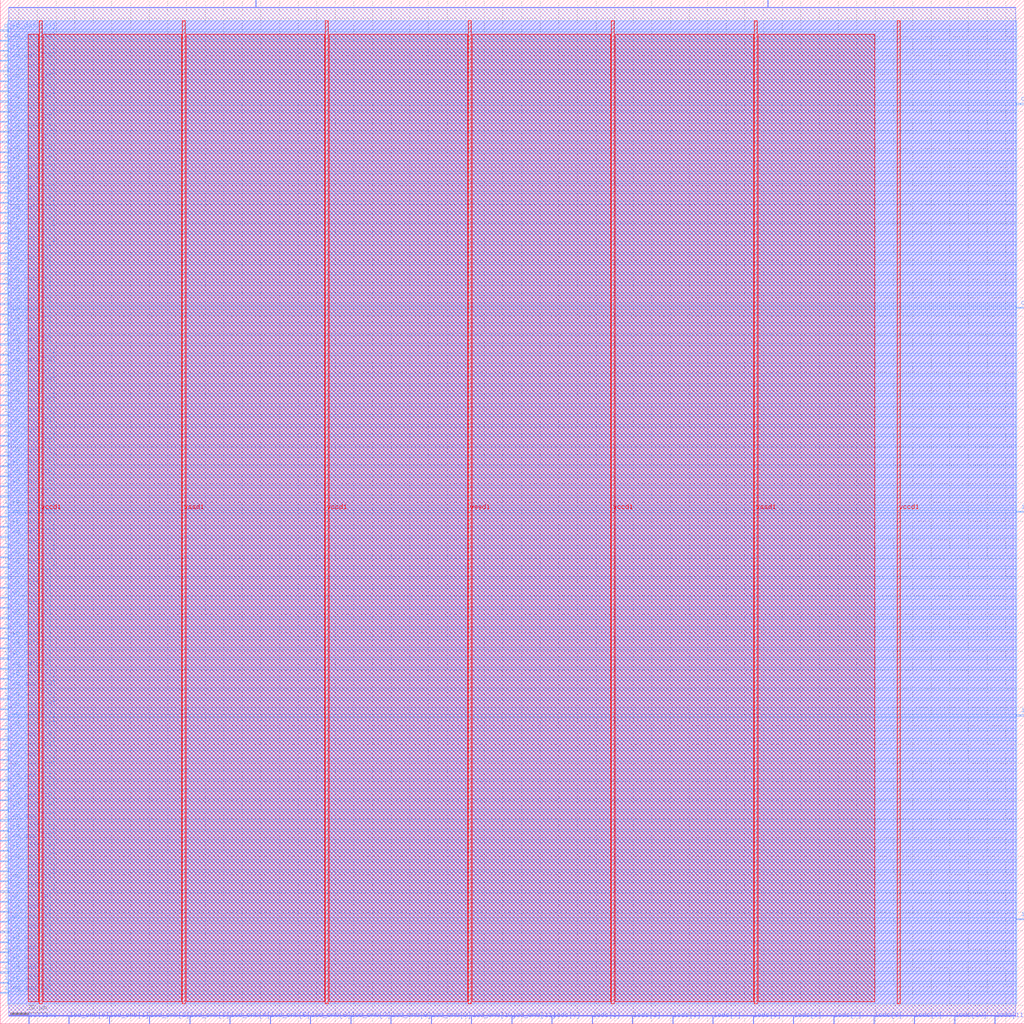
<source format=lef>
VERSION 5.7 ;
  NOWIREEXTENSIONATPIN ON ;
  DIVIDERCHAR "/" ;
  BUSBITCHARS "[]" ;
MACRO wb_buttons_leds
  CLASS BLOCK ;
  FOREIGN wb_buttons_leds ;
  ORIGIN 0.000 0.000 ;
  SIZE 550.000 BY 550.000 ;
  PIN buttons
    DIRECTION INPUT ;
    USE SIGNAL ;
    PORT
      LAYER met2 ;
        RECT 15.270 0.000 15.550 4.000 ;
    END
  END buttons
  PIN clk
    DIRECTION INPUT ;
    USE SIGNAL ;
    PORT
      LAYER met2 ;
        RECT 412.250 546.000 412.530 550.000 ;
    END
  END clk
  PIN i_wb_addr[0]
    DIRECTION INPUT ;
    USE SIGNAL ;
    PORT
      LAYER met3 ;
        RECT 0.000 16.360 4.000 16.960 ;
    END
  END i_wb_addr[0]
  PIN i_wb_addr[10]
    DIRECTION INPUT ;
    USE SIGNAL ;
    PORT
      LAYER met3 ;
        RECT 0.000 70.760 4.000 71.360 ;
    END
  END i_wb_addr[10]
  PIN i_wb_addr[11]
    DIRECTION INPUT ;
    USE SIGNAL ;
    PORT
      LAYER met3 ;
        RECT 0.000 76.200 4.000 76.800 ;
    END
  END i_wb_addr[11]
  PIN i_wb_addr[12]
    DIRECTION INPUT ;
    USE SIGNAL ;
    PORT
      LAYER met3 ;
        RECT 0.000 81.640 4.000 82.240 ;
    END
  END i_wb_addr[12]
  PIN i_wb_addr[13]
    DIRECTION INPUT ;
    USE SIGNAL ;
    PORT
      LAYER met3 ;
        RECT 0.000 87.080 4.000 87.680 ;
    END
  END i_wb_addr[13]
  PIN i_wb_addr[14]
    DIRECTION INPUT ;
    USE SIGNAL ;
    PORT
      LAYER met3 ;
        RECT 0.000 92.520 4.000 93.120 ;
    END
  END i_wb_addr[14]
  PIN i_wb_addr[15]
    DIRECTION INPUT ;
    USE SIGNAL ;
    PORT
      LAYER met3 ;
        RECT 0.000 97.960 4.000 98.560 ;
    END
  END i_wb_addr[15]
  PIN i_wb_addr[16]
    DIRECTION INPUT ;
    USE SIGNAL ;
    PORT
      LAYER met3 ;
        RECT 0.000 103.400 4.000 104.000 ;
    END
  END i_wb_addr[16]
  PIN i_wb_addr[17]
    DIRECTION INPUT ;
    USE SIGNAL ;
    PORT
      LAYER met3 ;
        RECT 0.000 108.840 4.000 109.440 ;
    END
  END i_wb_addr[17]
  PIN i_wb_addr[18]
    DIRECTION INPUT ;
    USE SIGNAL ;
    PORT
      LAYER met3 ;
        RECT 0.000 114.280 4.000 114.880 ;
    END
  END i_wb_addr[18]
  PIN i_wb_addr[19]
    DIRECTION INPUT ;
    USE SIGNAL ;
    PORT
      LAYER met3 ;
        RECT 0.000 119.720 4.000 120.320 ;
    END
  END i_wb_addr[19]
  PIN i_wb_addr[1]
    DIRECTION INPUT ;
    USE SIGNAL ;
    PORT
      LAYER met3 ;
        RECT 0.000 21.800 4.000 22.400 ;
    END
  END i_wb_addr[1]
  PIN i_wb_addr[20]
    DIRECTION INPUT ;
    USE SIGNAL ;
    PORT
      LAYER met3 ;
        RECT 0.000 125.160 4.000 125.760 ;
    END
  END i_wb_addr[20]
  PIN i_wb_addr[21]
    DIRECTION INPUT ;
    USE SIGNAL ;
    PORT
      LAYER met3 ;
        RECT 0.000 130.600 4.000 131.200 ;
    END
  END i_wb_addr[21]
  PIN i_wb_addr[22]
    DIRECTION INPUT ;
    USE SIGNAL ;
    PORT
      LAYER met3 ;
        RECT 0.000 136.040 4.000 136.640 ;
    END
  END i_wb_addr[22]
  PIN i_wb_addr[23]
    DIRECTION INPUT ;
    USE SIGNAL ;
    PORT
      LAYER met3 ;
        RECT 0.000 141.480 4.000 142.080 ;
    END
  END i_wb_addr[23]
  PIN i_wb_addr[24]
    DIRECTION INPUT ;
    USE SIGNAL ;
    PORT
      LAYER met3 ;
        RECT 0.000 146.920 4.000 147.520 ;
    END
  END i_wb_addr[24]
  PIN i_wb_addr[25]
    DIRECTION INPUT ;
    USE SIGNAL ;
    PORT
      LAYER met3 ;
        RECT 0.000 152.360 4.000 152.960 ;
    END
  END i_wb_addr[25]
  PIN i_wb_addr[26]
    DIRECTION INPUT ;
    USE SIGNAL ;
    PORT
      LAYER met3 ;
        RECT 0.000 157.800 4.000 158.400 ;
    END
  END i_wb_addr[26]
  PIN i_wb_addr[27]
    DIRECTION INPUT ;
    USE SIGNAL ;
    PORT
      LAYER met3 ;
        RECT 0.000 163.240 4.000 163.840 ;
    END
  END i_wb_addr[27]
  PIN i_wb_addr[28]
    DIRECTION INPUT ;
    USE SIGNAL ;
    PORT
      LAYER met3 ;
        RECT 0.000 168.680 4.000 169.280 ;
    END
  END i_wb_addr[28]
  PIN i_wb_addr[29]
    DIRECTION INPUT ;
    USE SIGNAL ;
    PORT
      LAYER met3 ;
        RECT 0.000 174.120 4.000 174.720 ;
    END
  END i_wb_addr[29]
  PIN i_wb_addr[2]
    DIRECTION INPUT ;
    USE SIGNAL ;
    PORT
      LAYER met3 ;
        RECT 0.000 27.240 4.000 27.840 ;
    END
  END i_wb_addr[2]
  PIN i_wb_addr[30]
    DIRECTION INPUT ;
    USE SIGNAL ;
    PORT
      LAYER met3 ;
        RECT 0.000 179.560 4.000 180.160 ;
    END
  END i_wb_addr[30]
  PIN i_wb_addr[31]
    DIRECTION INPUT ;
    USE SIGNAL ;
    PORT
      LAYER met3 ;
        RECT 0.000 185.000 4.000 185.600 ;
    END
  END i_wb_addr[31]
  PIN i_wb_addr[3]
    DIRECTION INPUT ;
    USE SIGNAL ;
    PORT
      LAYER met3 ;
        RECT 0.000 32.680 4.000 33.280 ;
    END
  END i_wb_addr[3]
  PIN i_wb_addr[4]
    DIRECTION INPUT ;
    USE SIGNAL ;
    PORT
      LAYER met3 ;
        RECT 0.000 38.120 4.000 38.720 ;
    END
  END i_wb_addr[4]
  PIN i_wb_addr[5]
    DIRECTION INPUT ;
    USE SIGNAL ;
    PORT
      LAYER met3 ;
        RECT 0.000 43.560 4.000 44.160 ;
    END
  END i_wb_addr[5]
  PIN i_wb_addr[6]
    DIRECTION INPUT ;
    USE SIGNAL ;
    PORT
      LAYER met3 ;
        RECT 0.000 49.000 4.000 49.600 ;
    END
  END i_wb_addr[6]
  PIN i_wb_addr[7]
    DIRECTION INPUT ;
    USE SIGNAL ;
    PORT
      LAYER met3 ;
        RECT 0.000 54.440 4.000 55.040 ;
    END
  END i_wb_addr[7]
  PIN i_wb_addr[8]
    DIRECTION INPUT ;
    USE SIGNAL ;
    PORT
      LAYER met3 ;
        RECT 0.000 59.880 4.000 60.480 ;
    END
  END i_wb_addr[8]
  PIN i_wb_addr[9]
    DIRECTION INPUT ;
    USE SIGNAL ;
    PORT
      LAYER met3 ;
        RECT 0.000 65.320 4.000 65.920 ;
    END
  END i_wb_addr[9]
  PIN i_wb_cyc
    DIRECTION INPUT ;
    USE SIGNAL ;
    PORT
      LAYER met3 ;
        RECT 546.000 55.800 550.000 56.400 ;
    END
  END i_wb_cyc
  PIN i_wb_data[0]
    DIRECTION INPUT ;
    USE SIGNAL ;
    PORT
      LAYER met3 ;
        RECT 0.000 190.440 4.000 191.040 ;
    END
  END i_wb_data[0]
  PIN i_wb_data[10]
    DIRECTION INPUT ;
    USE SIGNAL ;
    PORT
      LAYER met3 ;
        RECT 0.000 244.840 4.000 245.440 ;
    END
  END i_wb_data[10]
  PIN i_wb_data[11]
    DIRECTION INPUT ;
    USE SIGNAL ;
    PORT
      LAYER met3 ;
        RECT 0.000 250.280 4.000 250.880 ;
    END
  END i_wb_data[11]
  PIN i_wb_data[12]
    DIRECTION INPUT ;
    USE SIGNAL ;
    PORT
      LAYER met3 ;
        RECT 0.000 255.720 4.000 256.320 ;
    END
  END i_wb_data[12]
  PIN i_wb_data[13]
    DIRECTION INPUT ;
    USE SIGNAL ;
    PORT
      LAYER met3 ;
        RECT 0.000 261.160 4.000 261.760 ;
    END
  END i_wb_data[13]
  PIN i_wb_data[14]
    DIRECTION INPUT ;
    USE SIGNAL ;
    PORT
      LAYER met3 ;
        RECT 0.000 266.600 4.000 267.200 ;
    END
  END i_wb_data[14]
  PIN i_wb_data[15]
    DIRECTION INPUT ;
    USE SIGNAL ;
    PORT
      LAYER met3 ;
        RECT 0.000 272.040 4.000 272.640 ;
    END
  END i_wb_data[15]
  PIN i_wb_data[16]
    DIRECTION INPUT ;
    USE SIGNAL ;
    PORT
      LAYER met3 ;
        RECT 0.000 277.480 4.000 278.080 ;
    END
  END i_wb_data[16]
  PIN i_wb_data[17]
    DIRECTION INPUT ;
    USE SIGNAL ;
    PORT
      LAYER met3 ;
        RECT 0.000 282.920 4.000 283.520 ;
    END
  END i_wb_data[17]
  PIN i_wb_data[18]
    DIRECTION INPUT ;
    USE SIGNAL ;
    PORT
      LAYER met3 ;
        RECT 0.000 288.360 4.000 288.960 ;
    END
  END i_wb_data[18]
  PIN i_wb_data[19]
    DIRECTION INPUT ;
    USE SIGNAL ;
    PORT
      LAYER met3 ;
        RECT 0.000 293.800 4.000 294.400 ;
    END
  END i_wb_data[19]
  PIN i_wb_data[1]
    DIRECTION INPUT ;
    USE SIGNAL ;
    PORT
      LAYER met3 ;
        RECT 0.000 195.880 4.000 196.480 ;
    END
  END i_wb_data[1]
  PIN i_wb_data[20]
    DIRECTION INPUT ;
    USE SIGNAL ;
    PORT
      LAYER met3 ;
        RECT 0.000 299.240 4.000 299.840 ;
    END
  END i_wb_data[20]
  PIN i_wb_data[21]
    DIRECTION INPUT ;
    USE SIGNAL ;
    PORT
      LAYER met3 ;
        RECT 0.000 304.680 4.000 305.280 ;
    END
  END i_wb_data[21]
  PIN i_wb_data[22]
    DIRECTION INPUT ;
    USE SIGNAL ;
    PORT
      LAYER met3 ;
        RECT 0.000 310.120 4.000 310.720 ;
    END
  END i_wb_data[22]
  PIN i_wb_data[23]
    DIRECTION INPUT ;
    USE SIGNAL ;
    PORT
      LAYER met3 ;
        RECT 0.000 315.560 4.000 316.160 ;
    END
  END i_wb_data[23]
  PIN i_wb_data[24]
    DIRECTION INPUT ;
    USE SIGNAL ;
    PORT
      LAYER met3 ;
        RECT 0.000 321.000 4.000 321.600 ;
    END
  END i_wb_data[24]
  PIN i_wb_data[25]
    DIRECTION INPUT ;
    USE SIGNAL ;
    PORT
      LAYER met3 ;
        RECT 0.000 326.440 4.000 327.040 ;
    END
  END i_wb_data[25]
  PIN i_wb_data[26]
    DIRECTION INPUT ;
    USE SIGNAL ;
    PORT
      LAYER met3 ;
        RECT 0.000 331.880 4.000 332.480 ;
    END
  END i_wb_data[26]
  PIN i_wb_data[27]
    DIRECTION INPUT ;
    USE SIGNAL ;
    PORT
      LAYER met3 ;
        RECT 0.000 337.320 4.000 337.920 ;
    END
  END i_wb_data[27]
  PIN i_wb_data[28]
    DIRECTION INPUT ;
    USE SIGNAL ;
    PORT
      LAYER met3 ;
        RECT 0.000 342.760 4.000 343.360 ;
    END
  END i_wb_data[28]
  PIN i_wb_data[29]
    DIRECTION INPUT ;
    USE SIGNAL ;
    PORT
      LAYER met3 ;
        RECT 0.000 348.200 4.000 348.800 ;
    END
  END i_wb_data[29]
  PIN i_wb_data[2]
    DIRECTION INPUT ;
    USE SIGNAL ;
    PORT
      LAYER met3 ;
        RECT 0.000 201.320 4.000 201.920 ;
    END
  END i_wb_data[2]
  PIN i_wb_data[30]
    DIRECTION INPUT ;
    USE SIGNAL ;
    PORT
      LAYER met3 ;
        RECT 0.000 353.640 4.000 354.240 ;
    END
  END i_wb_data[30]
  PIN i_wb_data[31]
    DIRECTION INPUT ;
    USE SIGNAL ;
    PORT
      LAYER met3 ;
        RECT 0.000 359.080 4.000 359.680 ;
    END
  END i_wb_data[31]
  PIN i_wb_data[3]
    DIRECTION INPUT ;
    USE SIGNAL ;
    PORT
      LAYER met3 ;
        RECT 0.000 206.760 4.000 207.360 ;
    END
  END i_wb_data[3]
  PIN i_wb_data[4]
    DIRECTION INPUT ;
    USE SIGNAL ;
    PORT
      LAYER met3 ;
        RECT 0.000 212.200 4.000 212.800 ;
    END
  END i_wb_data[4]
  PIN i_wb_data[5]
    DIRECTION INPUT ;
    USE SIGNAL ;
    PORT
      LAYER met3 ;
        RECT 0.000 217.640 4.000 218.240 ;
    END
  END i_wb_data[5]
  PIN i_wb_data[6]
    DIRECTION INPUT ;
    USE SIGNAL ;
    PORT
      LAYER met3 ;
        RECT 0.000 223.080 4.000 223.680 ;
    END
  END i_wb_data[6]
  PIN i_wb_data[7]
    DIRECTION INPUT ;
    USE SIGNAL ;
    PORT
      LAYER met3 ;
        RECT 0.000 228.520 4.000 229.120 ;
    END
  END i_wb_data[7]
  PIN i_wb_data[8]
    DIRECTION INPUT ;
    USE SIGNAL ;
    PORT
      LAYER met3 ;
        RECT 0.000 233.960 4.000 234.560 ;
    END
  END i_wb_data[8]
  PIN i_wb_data[9]
    DIRECTION INPUT ;
    USE SIGNAL ;
    PORT
      LAYER met3 ;
        RECT 0.000 239.400 4.000 240.000 ;
    END
  END i_wb_data[9]
  PIN i_wb_stb
    DIRECTION INPUT ;
    USE SIGNAL ;
    PORT
      LAYER met3 ;
        RECT 546.000 165.280 550.000 165.880 ;
    END
  END i_wb_stb
  PIN i_wb_we
    DIRECTION INPUT ;
    USE SIGNAL ;
    PORT
      LAYER met3 ;
        RECT 546.000 274.760 550.000 275.360 ;
    END
  END i_wb_we
  PIN led_enb[0]
    DIRECTION OUTPUT TRISTATE ;
    USE SIGNAL ;
    PORT
      LAYER met2 ;
        RECT 36.890 0.000 37.170 4.000 ;
    END
  END led_enb[0]
  PIN led_enb[10]
    DIRECTION OUTPUT TRISTATE ;
    USE SIGNAL ;
    PORT
      LAYER met2 ;
        RECT 253.090 0.000 253.370 4.000 ;
    END
  END led_enb[10]
  PIN led_enb[11]
    DIRECTION OUTPUT TRISTATE ;
    USE SIGNAL ;
    PORT
      LAYER met2 ;
        RECT 274.710 0.000 274.990 4.000 ;
    END
  END led_enb[11]
  PIN led_enb[1]
    DIRECTION OUTPUT TRISTATE ;
    USE SIGNAL ;
    PORT
      LAYER met2 ;
        RECT 58.510 0.000 58.790 4.000 ;
    END
  END led_enb[1]
  PIN led_enb[2]
    DIRECTION OUTPUT TRISTATE ;
    USE SIGNAL ;
    PORT
      LAYER met2 ;
        RECT 80.130 0.000 80.410 4.000 ;
    END
  END led_enb[2]
  PIN led_enb[3]
    DIRECTION OUTPUT TRISTATE ;
    USE SIGNAL ;
    PORT
      LAYER met2 ;
        RECT 101.750 0.000 102.030 4.000 ;
    END
  END led_enb[3]
  PIN led_enb[4]
    DIRECTION OUTPUT TRISTATE ;
    USE SIGNAL ;
    PORT
      LAYER met2 ;
        RECT 123.370 0.000 123.650 4.000 ;
    END
  END led_enb[4]
  PIN led_enb[5]
    DIRECTION OUTPUT TRISTATE ;
    USE SIGNAL ;
    PORT
      LAYER met2 ;
        RECT 144.990 0.000 145.270 4.000 ;
    END
  END led_enb[5]
  PIN led_enb[6]
    DIRECTION OUTPUT TRISTATE ;
    USE SIGNAL ;
    PORT
      LAYER met2 ;
        RECT 166.610 0.000 166.890 4.000 ;
    END
  END led_enb[6]
  PIN led_enb[7]
    DIRECTION OUTPUT TRISTATE ;
    USE SIGNAL ;
    PORT
      LAYER met2 ;
        RECT 188.230 0.000 188.510 4.000 ;
    END
  END led_enb[7]
  PIN led_enb[8]
    DIRECTION OUTPUT TRISTATE ;
    USE SIGNAL ;
    PORT
      LAYER met2 ;
        RECT 209.850 0.000 210.130 4.000 ;
    END
  END led_enb[8]
  PIN led_enb[9]
    DIRECTION OUTPUT TRISTATE ;
    USE SIGNAL ;
    PORT
      LAYER met2 ;
        RECT 231.470 0.000 231.750 4.000 ;
    END
  END led_enb[9]
  PIN leds[0]
    DIRECTION OUTPUT TRISTATE ;
    USE SIGNAL ;
    PORT
      LAYER met2 ;
        RECT 296.330 0.000 296.610 4.000 ;
    END
  END leds[0]
  PIN leds[10]
    DIRECTION OUTPUT TRISTATE ;
    USE SIGNAL ;
    PORT
      LAYER met2 ;
        RECT 512.530 0.000 512.810 4.000 ;
    END
  END leds[10]
  PIN leds[11]
    DIRECTION OUTPUT TRISTATE ;
    USE SIGNAL ;
    PORT
      LAYER met2 ;
        RECT 534.150 0.000 534.430 4.000 ;
    END
  END leds[11]
  PIN leds[1]
    DIRECTION OUTPUT TRISTATE ;
    USE SIGNAL ;
    PORT
      LAYER met2 ;
        RECT 317.950 0.000 318.230 4.000 ;
    END
  END leds[1]
  PIN leds[2]
    DIRECTION OUTPUT TRISTATE ;
    USE SIGNAL ;
    PORT
      LAYER met2 ;
        RECT 339.570 0.000 339.850 4.000 ;
    END
  END leds[2]
  PIN leds[3]
    DIRECTION OUTPUT TRISTATE ;
    USE SIGNAL ;
    PORT
      LAYER met2 ;
        RECT 361.190 0.000 361.470 4.000 ;
    END
  END leds[3]
  PIN leds[4]
    DIRECTION OUTPUT TRISTATE ;
    USE SIGNAL ;
    PORT
      LAYER met2 ;
        RECT 382.810 0.000 383.090 4.000 ;
    END
  END leds[4]
  PIN leds[5]
    DIRECTION OUTPUT TRISTATE ;
    USE SIGNAL ;
    PORT
      LAYER met2 ;
        RECT 404.430 0.000 404.710 4.000 ;
    END
  END leds[5]
  PIN leds[6]
    DIRECTION OUTPUT TRISTATE ;
    USE SIGNAL ;
    PORT
      LAYER met2 ;
        RECT 426.050 0.000 426.330 4.000 ;
    END
  END leds[6]
  PIN leds[7]
    DIRECTION OUTPUT TRISTATE ;
    USE SIGNAL ;
    PORT
      LAYER met2 ;
        RECT 447.670 0.000 447.950 4.000 ;
    END
  END leds[7]
  PIN leds[8]
    DIRECTION OUTPUT TRISTATE ;
    USE SIGNAL ;
    PORT
      LAYER met2 ;
        RECT 469.290 0.000 469.570 4.000 ;
    END
  END leds[8]
  PIN leds[9]
    DIRECTION OUTPUT TRISTATE ;
    USE SIGNAL ;
    PORT
      LAYER met2 ;
        RECT 490.910 0.000 491.190 4.000 ;
    END
  END leds[9]
  PIN o_wb_ack
    DIRECTION OUTPUT TRISTATE ;
    USE SIGNAL ;
    PORT
      LAYER met3 ;
        RECT 546.000 384.240 550.000 384.840 ;
    END
  END o_wb_ack
  PIN o_wb_data[0]
    DIRECTION OUTPUT TRISTATE ;
    USE SIGNAL ;
    PORT
      LAYER met3 ;
        RECT 0.000 364.520 4.000 365.120 ;
    END
  END o_wb_data[0]
  PIN o_wb_data[10]
    DIRECTION OUTPUT TRISTATE ;
    USE SIGNAL ;
    PORT
      LAYER met3 ;
        RECT 0.000 418.920 4.000 419.520 ;
    END
  END o_wb_data[10]
  PIN o_wb_data[11]
    DIRECTION OUTPUT TRISTATE ;
    USE SIGNAL ;
    PORT
      LAYER met3 ;
        RECT 0.000 424.360 4.000 424.960 ;
    END
  END o_wb_data[11]
  PIN o_wb_data[12]
    DIRECTION OUTPUT TRISTATE ;
    USE SIGNAL ;
    PORT
      LAYER met3 ;
        RECT 0.000 429.800 4.000 430.400 ;
    END
  END o_wb_data[12]
  PIN o_wb_data[13]
    DIRECTION OUTPUT TRISTATE ;
    USE SIGNAL ;
    PORT
      LAYER met3 ;
        RECT 0.000 435.240 4.000 435.840 ;
    END
  END o_wb_data[13]
  PIN o_wb_data[14]
    DIRECTION OUTPUT TRISTATE ;
    USE SIGNAL ;
    PORT
      LAYER met3 ;
        RECT 0.000 440.680 4.000 441.280 ;
    END
  END o_wb_data[14]
  PIN o_wb_data[15]
    DIRECTION OUTPUT TRISTATE ;
    USE SIGNAL ;
    PORT
      LAYER met3 ;
        RECT 0.000 446.120 4.000 446.720 ;
    END
  END o_wb_data[15]
  PIN o_wb_data[16]
    DIRECTION OUTPUT TRISTATE ;
    USE SIGNAL ;
    PORT
      LAYER met3 ;
        RECT 0.000 451.560 4.000 452.160 ;
    END
  END o_wb_data[16]
  PIN o_wb_data[17]
    DIRECTION OUTPUT TRISTATE ;
    USE SIGNAL ;
    PORT
      LAYER met3 ;
        RECT 0.000 457.000 4.000 457.600 ;
    END
  END o_wb_data[17]
  PIN o_wb_data[18]
    DIRECTION OUTPUT TRISTATE ;
    USE SIGNAL ;
    PORT
      LAYER met3 ;
        RECT 0.000 462.440 4.000 463.040 ;
    END
  END o_wb_data[18]
  PIN o_wb_data[19]
    DIRECTION OUTPUT TRISTATE ;
    USE SIGNAL ;
    PORT
      LAYER met3 ;
        RECT 0.000 467.880 4.000 468.480 ;
    END
  END o_wb_data[19]
  PIN o_wb_data[1]
    DIRECTION OUTPUT TRISTATE ;
    USE SIGNAL ;
    PORT
      LAYER met3 ;
        RECT 0.000 369.960 4.000 370.560 ;
    END
  END o_wb_data[1]
  PIN o_wb_data[20]
    DIRECTION OUTPUT TRISTATE ;
    USE SIGNAL ;
    PORT
      LAYER met3 ;
        RECT 0.000 473.320 4.000 473.920 ;
    END
  END o_wb_data[20]
  PIN o_wb_data[21]
    DIRECTION OUTPUT TRISTATE ;
    USE SIGNAL ;
    PORT
      LAYER met3 ;
        RECT 0.000 478.760 4.000 479.360 ;
    END
  END o_wb_data[21]
  PIN o_wb_data[22]
    DIRECTION OUTPUT TRISTATE ;
    USE SIGNAL ;
    PORT
      LAYER met3 ;
        RECT 0.000 484.200 4.000 484.800 ;
    END
  END o_wb_data[22]
  PIN o_wb_data[23]
    DIRECTION OUTPUT TRISTATE ;
    USE SIGNAL ;
    PORT
      LAYER met3 ;
        RECT 0.000 489.640 4.000 490.240 ;
    END
  END o_wb_data[23]
  PIN o_wb_data[24]
    DIRECTION OUTPUT TRISTATE ;
    USE SIGNAL ;
    PORT
      LAYER met3 ;
        RECT 0.000 495.080 4.000 495.680 ;
    END
  END o_wb_data[24]
  PIN o_wb_data[25]
    DIRECTION OUTPUT TRISTATE ;
    USE SIGNAL ;
    PORT
      LAYER met3 ;
        RECT 0.000 500.520 4.000 501.120 ;
    END
  END o_wb_data[25]
  PIN o_wb_data[26]
    DIRECTION OUTPUT TRISTATE ;
    USE SIGNAL ;
    PORT
      LAYER met3 ;
        RECT 0.000 505.960 4.000 506.560 ;
    END
  END o_wb_data[26]
  PIN o_wb_data[27]
    DIRECTION OUTPUT TRISTATE ;
    USE SIGNAL ;
    PORT
      LAYER met3 ;
        RECT 0.000 511.400 4.000 512.000 ;
    END
  END o_wb_data[27]
  PIN o_wb_data[28]
    DIRECTION OUTPUT TRISTATE ;
    USE SIGNAL ;
    PORT
      LAYER met3 ;
        RECT 0.000 516.840 4.000 517.440 ;
    END
  END o_wb_data[28]
  PIN o_wb_data[29]
    DIRECTION OUTPUT TRISTATE ;
    USE SIGNAL ;
    PORT
      LAYER met3 ;
        RECT 0.000 522.280 4.000 522.880 ;
    END
  END o_wb_data[29]
  PIN o_wb_data[2]
    DIRECTION OUTPUT TRISTATE ;
    USE SIGNAL ;
    PORT
      LAYER met3 ;
        RECT 0.000 375.400 4.000 376.000 ;
    END
  END o_wb_data[2]
  PIN o_wb_data[30]
    DIRECTION OUTPUT TRISTATE ;
    USE SIGNAL ;
    PORT
      LAYER met3 ;
        RECT 0.000 527.720 4.000 528.320 ;
    END
  END o_wb_data[30]
  PIN o_wb_data[31]
    DIRECTION OUTPUT TRISTATE ;
    USE SIGNAL ;
    PORT
      LAYER met3 ;
        RECT 0.000 533.160 4.000 533.760 ;
    END
  END o_wb_data[31]
  PIN o_wb_data[3]
    DIRECTION OUTPUT TRISTATE ;
    USE SIGNAL ;
    PORT
      LAYER met3 ;
        RECT 0.000 380.840 4.000 381.440 ;
    END
  END o_wb_data[3]
  PIN o_wb_data[4]
    DIRECTION OUTPUT TRISTATE ;
    USE SIGNAL ;
    PORT
      LAYER met3 ;
        RECT 0.000 386.280 4.000 386.880 ;
    END
  END o_wb_data[4]
  PIN o_wb_data[5]
    DIRECTION OUTPUT TRISTATE ;
    USE SIGNAL ;
    PORT
      LAYER met3 ;
        RECT 0.000 391.720 4.000 392.320 ;
    END
  END o_wb_data[5]
  PIN o_wb_data[6]
    DIRECTION OUTPUT TRISTATE ;
    USE SIGNAL ;
    PORT
      LAYER met3 ;
        RECT 0.000 397.160 4.000 397.760 ;
    END
  END o_wb_data[6]
  PIN o_wb_data[7]
    DIRECTION OUTPUT TRISTATE ;
    USE SIGNAL ;
    PORT
      LAYER met3 ;
        RECT 0.000 402.600 4.000 403.200 ;
    END
  END o_wb_data[7]
  PIN o_wb_data[8]
    DIRECTION OUTPUT TRISTATE ;
    USE SIGNAL ;
    PORT
      LAYER met3 ;
        RECT 0.000 408.040 4.000 408.640 ;
    END
  END o_wb_data[8]
  PIN o_wb_data[9]
    DIRECTION OUTPUT TRISTATE ;
    USE SIGNAL ;
    PORT
      LAYER met3 ;
        RECT 0.000 413.480 4.000 414.080 ;
    END
  END o_wb_data[9]
  PIN o_wb_stall
    DIRECTION OUTPUT TRISTATE ;
    USE SIGNAL ;
    PORT
      LAYER met3 ;
        RECT 546.000 493.720 550.000 494.320 ;
    END
  END o_wb_stall
  PIN reset
    DIRECTION INPUT ;
    USE SIGNAL ;
    PORT
      LAYER met2 ;
        RECT 137.170 546.000 137.450 550.000 ;
    END
  END reset
  PIN vccd1
    DIRECTION INOUT ;
    USE POWER ;
    PORT
      LAYER met4 ;
        RECT 21.040 10.640 22.640 538.800 ;
    END
    PORT
      LAYER met4 ;
        RECT 174.640 10.640 176.240 538.800 ;
    END
    PORT
      LAYER met4 ;
        RECT 328.240 10.640 329.840 538.800 ;
    END
    PORT
      LAYER met4 ;
        RECT 481.840 10.640 483.440 538.800 ;
    END
  END vccd1
  PIN vssd1
    DIRECTION INOUT ;
    USE GROUND ;
    PORT
      LAYER met4 ;
        RECT 97.840 10.640 99.440 538.800 ;
    END
    PORT
      LAYER met4 ;
        RECT 251.440 10.640 253.040 538.800 ;
    END
    PORT
      LAYER met4 ;
        RECT 405.040 10.640 406.640 538.800 ;
    END
  END vssd1
  OBS
      LAYER li1 ;
        RECT 5.520 10.795 544.180 538.645 ;
      LAYER met1 ;
        RECT 4.670 4.460 545.490 538.800 ;
      LAYER met2 ;
        RECT 4.690 545.720 136.890 546.000 ;
        RECT 137.730 545.720 411.970 546.000 ;
        RECT 412.810 545.720 545.470 546.000 ;
        RECT 4.690 4.280 545.470 545.720 ;
        RECT 4.690 4.000 14.990 4.280 ;
        RECT 15.830 4.000 36.610 4.280 ;
        RECT 37.450 4.000 58.230 4.280 ;
        RECT 59.070 4.000 79.850 4.280 ;
        RECT 80.690 4.000 101.470 4.280 ;
        RECT 102.310 4.000 123.090 4.280 ;
        RECT 123.930 4.000 144.710 4.280 ;
        RECT 145.550 4.000 166.330 4.280 ;
        RECT 167.170 4.000 187.950 4.280 ;
        RECT 188.790 4.000 209.570 4.280 ;
        RECT 210.410 4.000 231.190 4.280 ;
        RECT 232.030 4.000 252.810 4.280 ;
        RECT 253.650 4.000 274.430 4.280 ;
        RECT 275.270 4.000 296.050 4.280 ;
        RECT 296.890 4.000 317.670 4.280 ;
        RECT 318.510 4.000 339.290 4.280 ;
        RECT 340.130 4.000 360.910 4.280 ;
        RECT 361.750 4.000 382.530 4.280 ;
        RECT 383.370 4.000 404.150 4.280 ;
        RECT 404.990 4.000 425.770 4.280 ;
        RECT 426.610 4.000 447.390 4.280 ;
        RECT 448.230 4.000 469.010 4.280 ;
        RECT 469.850 4.000 490.630 4.280 ;
        RECT 491.470 4.000 512.250 4.280 ;
        RECT 513.090 4.000 533.870 4.280 ;
        RECT 534.710 4.000 545.470 4.280 ;
      LAYER met3 ;
        RECT 4.000 534.160 546.000 538.725 ;
        RECT 4.400 532.760 546.000 534.160 ;
        RECT 4.000 528.720 546.000 532.760 ;
        RECT 4.400 527.320 546.000 528.720 ;
        RECT 4.000 523.280 546.000 527.320 ;
        RECT 4.400 521.880 546.000 523.280 ;
        RECT 4.000 517.840 546.000 521.880 ;
        RECT 4.400 516.440 546.000 517.840 ;
        RECT 4.000 512.400 546.000 516.440 ;
        RECT 4.400 511.000 546.000 512.400 ;
        RECT 4.000 506.960 546.000 511.000 ;
        RECT 4.400 505.560 546.000 506.960 ;
        RECT 4.000 501.520 546.000 505.560 ;
        RECT 4.400 500.120 546.000 501.520 ;
        RECT 4.000 496.080 546.000 500.120 ;
        RECT 4.400 494.720 546.000 496.080 ;
        RECT 4.400 494.680 545.600 494.720 ;
        RECT 4.000 493.320 545.600 494.680 ;
        RECT 4.000 490.640 546.000 493.320 ;
        RECT 4.400 489.240 546.000 490.640 ;
        RECT 4.000 485.200 546.000 489.240 ;
        RECT 4.400 483.800 546.000 485.200 ;
        RECT 4.000 479.760 546.000 483.800 ;
        RECT 4.400 478.360 546.000 479.760 ;
        RECT 4.000 474.320 546.000 478.360 ;
        RECT 4.400 472.920 546.000 474.320 ;
        RECT 4.000 468.880 546.000 472.920 ;
        RECT 4.400 467.480 546.000 468.880 ;
        RECT 4.000 463.440 546.000 467.480 ;
        RECT 4.400 462.040 546.000 463.440 ;
        RECT 4.000 458.000 546.000 462.040 ;
        RECT 4.400 456.600 546.000 458.000 ;
        RECT 4.000 452.560 546.000 456.600 ;
        RECT 4.400 451.160 546.000 452.560 ;
        RECT 4.000 447.120 546.000 451.160 ;
        RECT 4.400 445.720 546.000 447.120 ;
        RECT 4.000 441.680 546.000 445.720 ;
        RECT 4.400 440.280 546.000 441.680 ;
        RECT 4.000 436.240 546.000 440.280 ;
        RECT 4.400 434.840 546.000 436.240 ;
        RECT 4.000 430.800 546.000 434.840 ;
        RECT 4.400 429.400 546.000 430.800 ;
        RECT 4.000 425.360 546.000 429.400 ;
        RECT 4.400 423.960 546.000 425.360 ;
        RECT 4.000 419.920 546.000 423.960 ;
        RECT 4.400 418.520 546.000 419.920 ;
        RECT 4.000 414.480 546.000 418.520 ;
        RECT 4.400 413.080 546.000 414.480 ;
        RECT 4.000 409.040 546.000 413.080 ;
        RECT 4.400 407.640 546.000 409.040 ;
        RECT 4.000 403.600 546.000 407.640 ;
        RECT 4.400 402.200 546.000 403.600 ;
        RECT 4.000 398.160 546.000 402.200 ;
        RECT 4.400 396.760 546.000 398.160 ;
        RECT 4.000 392.720 546.000 396.760 ;
        RECT 4.400 391.320 546.000 392.720 ;
        RECT 4.000 387.280 546.000 391.320 ;
        RECT 4.400 385.880 546.000 387.280 ;
        RECT 4.000 385.240 546.000 385.880 ;
        RECT 4.000 383.840 545.600 385.240 ;
        RECT 4.000 381.840 546.000 383.840 ;
        RECT 4.400 380.440 546.000 381.840 ;
        RECT 4.000 376.400 546.000 380.440 ;
        RECT 4.400 375.000 546.000 376.400 ;
        RECT 4.000 370.960 546.000 375.000 ;
        RECT 4.400 369.560 546.000 370.960 ;
        RECT 4.000 365.520 546.000 369.560 ;
        RECT 4.400 364.120 546.000 365.520 ;
        RECT 4.000 360.080 546.000 364.120 ;
        RECT 4.400 358.680 546.000 360.080 ;
        RECT 4.000 354.640 546.000 358.680 ;
        RECT 4.400 353.240 546.000 354.640 ;
        RECT 4.000 349.200 546.000 353.240 ;
        RECT 4.400 347.800 546.000 349.200 ;
        RECT 4.000 343.760 546.000 347.800 ;
        RECT 4.400 342.360 546.000 343.760 ;
        RECT 4.000 338.320 546.000 342.360 ;
        RECT 4.400 336.920 546.000 338.320 ;
        RECT 4.000 332.880 546.000 336.920 ;
        RECT 4.400 331.480 546.000 332.880 ;
        RECT 4.000 327.440 546.000 331.480 ;
        RECT 4.400 326.040 546.000 327.440 ;
        RECT 4.000 322.000 546.000 326.040 ;
        RECT 4.400 320.600 546.000 322.000 ;
        RECT 4.000 316.560 546.000 320.600 ;
        RECT 4.400 315.160 546.000 316.560 ;
        RECT 4.000 311.120 546.000 315.160 ;
        RECT 4.400 309.720 546.000 311.120 ;
        RECT 4.000 305.680 546.000 309.720 ;
        RECT 4.400 304.280 546.000 305.680 ;
        RECT 4.000 300.240 546.000 304.280 ;
        RECT 4.400 298.840 546.000 300.240 ;
        RECT 4.000 294.800 546.000 298.840 ;
        RECT 4.400 293.400 546.000 294.800 ;
        RECT 4.000 289.360 546.000 293.400 ;
        RECT 4.400 287.960 546.000 289.360 ;
        RECT 4.000 283.920 546.000 287.960 ;
        RECT 4.400 282.520 546.000 283.920 ;
        RECT 4.000 278.480 546.000 282.520 ;
        RECT 4.400 277.080 546.000 278.480 ;
        RECT 4.000 275.760 546.000 277.080 ;
        RECT 4.000 274.360 545.600 275.760 ;
        RECT 4.000 273.040 546.000 274.360 ;
        RECT 4.400 271.640 546.000 273.040 ;
        RECT 4.000 267.600 546.000 271.640 ;
        RECT 4.400 266.200 546.000 267.600 ;
        RECT 4.000 262.160 546.000 266.200 ;
        RECT 4.400 260.760 546.000 262.160 ;
        RECT 4.000 256.720 546.000 260.760 ;
        RECT 4.400 255.320 546.000 256.720 ;
        RECT 4.000 251.280 546.000 255.320 ;
        RECT 4.400 249.880 546.000 251.280 ;
        RECT 4.000 245.840 546.000 249.880 ;
        RECT 4.400 244.440 546.000 245.840 ;
        RECT 4.000 240.400 546.000 244.440 ;
        RECT 4.400 239.000 546.000 240.400 ;
        RECT 4.000 234.960 546.000 239.000 ;
        RECT 4.400 233.560 546.000 234.960 ;
        RECT 4.000 229.520 546.000 233.560 ;
        RECT 4.400 228.120 546.000 229.520 ;
        RECT 4.000 224.080 546.000 228.120 ;
        RECT 4.400 222.680 546.000 224.080 ;
        RECT 4.000 218.640 546.000 222.680 ;
        RECT 4.400 217.240 546.000 218.640 ;
        RECT 4.000 213.200 546.000 217.240 ;
        RECT 4.400 211.800 546.000 213.200 ;
        RECT 4.000 207.760 546.000 211.800 ;
        RECT 4.400 206.360 546.000 207.760 ;
        RECT 4.000 202.320 546.000 206.360 ;
        RECT 4.400 200.920 546.000 202.320 ;
        RECT 4.000 196.880 546.000 200.920 ;
        RECT 4.400 195.480 546.000 196.880 ;
        RECT 4.000 191.440 546.000 195.480 ;
        RECT 4.400 190.040 546.000 191.440 ;
        RECT 4.000 186.000 546.000 190.040 ;
        RECT 4.400 184.600 546.000 186.000 ;
        RECT 4.000 180.560 546.000 184.600 ;
        RECT 4.400 179.160 546.000 180.560 ;
        RECT 4.000 175.120 546.000 179.160 ;
        RECT 4.400 173.720 546.000 175.120 ;
        RECT 4.000 169.680 546.000 173.720 ;
        RECT 4.400 168.280 546.000 169.680 ;
        RECT 4.000 166.280 546.000 168.280 ;
        RECT 4.000 164.880 545.600 166.280 ;
        RECT 4.000 164.240 546.000 164.880 ;
        RECT 4.400 162.840 546.000 164.240 ;
        RECT 4.000 158.800 546.000 162.840 ;
        RECT 4.400 157.400 546.000 158.800 ;
        RECT 4.000 153.360 546.000 157.400 ;
        RECT 4.400 151.960 546.000 153.360 ;
        RECT 4.000 147.920 546.000 151.960 ;
        RECT 4.400 146.520 546.000 147.920 ;
        RECT 4.000 142.480 546.000 146.520 ;
        RECT 4.400 141.080 546.000 142.480 ;
        RECT 4.000 137.040 546.000 141.080 ;
        RECT 4.400 135.640 546.000 137.040 ;
        RECT 4.000 131.600 546.000 135.640 ;
        RECT 4.400 130.200 546.000 131.600 ;
        RECT 4.000 126.160 546.000 130.200 ;
        RECT 4.400 124.760 546.000 126.160 ;
        RECT 4.000 120.720 546.000 124.760 ;
        RECT 4.400 119.320 546.000 120.720 ;
        RECT 4.000 115.280 546.000 119.320 ;
        RECT 4.400 113.880 546.000 115.280 ;
        RECT 4.000 109.840 546.000 113.880 ;
        RECT 4.400 108.440 546.000 109.840 ;
        RECT 4.000 104.400 546.000 108.440 ;
        RECT 4.400 103.000 546.000 104.400 ;
        RECT 4.000 98.960 546.000 103.000 ;
        RECT 4.400 97.560 546.000 98.960 ;
        RECT 4.000 93.520 546.000 97.560 ;
        RECT 4.400 92.120 546.000 93.520 ;
        RECT 4.000 88.080 546.000 92.120 ;
        RECT 4.400 86.680 546.000 88.080 ;
        RECT 4.000 82.640 546.000 86.680 ;
        RECT 4.400 81.240 546.000 82.640 ;
        RECT 4.000 77.200 546.000 81.240 ;
        RECT 4.400 75.800 546.000 77.200 ;
        RECT 4.000 71.760 546.000 75.800 ;
        RECT 4.400 70.360 546.000 71.760 ;
        RECT 4.000 66.320 546.000 70.360 ;
        RECT 4.400 64.920 546.000 66.320 ;
        RECT 4.000 60.880 546.000 64.920 ;
        RECT 4.400 59.480 546.000 60.880 ;
        RECT 4.000 56.800 546.000 59.480 ;
        RECT 4.000 55.440 545.600 56.800 ;
        RECT 4.400 55.400 545.600 55.440 ;
        RECT 4.400 54.040 546.000 55.400 ;
        RECT 4.000 50.000 546.000 54.040 ;
        RECT 4.400 48.600 546.000 50.000 ;
        RECT 4.000 44.560 546.000 48.600 ;
        RECT 4.400 43.160 546.000 44.560 ;
        RECT 4.000 39.120 546.000 43.160 ;
        RECT 4.400 37.720 546.000 39.120 ;
        RECT 4.000 33.680 546.000 37.720 ;
        RECT 4.400 32.280 546.000 33.680 ;
        RECT 4.000 28.240 546.000 32.280 ;
        RECT 4.400 26.840 546.000 28.240 ;
        RECT 4.000 22.800 546.000 26.840 ;
        RECT 4.400 21.400 546.000 22.800 ;
        RECT 4.000 17.360 546.000 21.400 ;
        RECT 4.400 15.960 546.000 17.360 ;
        RECT 4.000 10.715 546.000 15.960 ;
      LAYER met4 ;
        RECT 15.015 11.735 20.640 531.585 ;
        RECT 23.040 11.735 97.440 531.585 ;
        RECT 99.840 11.735 174.240 531.585 ;
        RECT 176.640 11.735 251.040 531.585 ;
        RECT 253.440 11.735 327.840 531.585 ;
        RECT 330.240 11.735 404.640 531.585 ;
        RECT 407.040 11.735 469.825 531.585 ;
  END
END wb_buttons_leds
END LIBRARY


</source>
